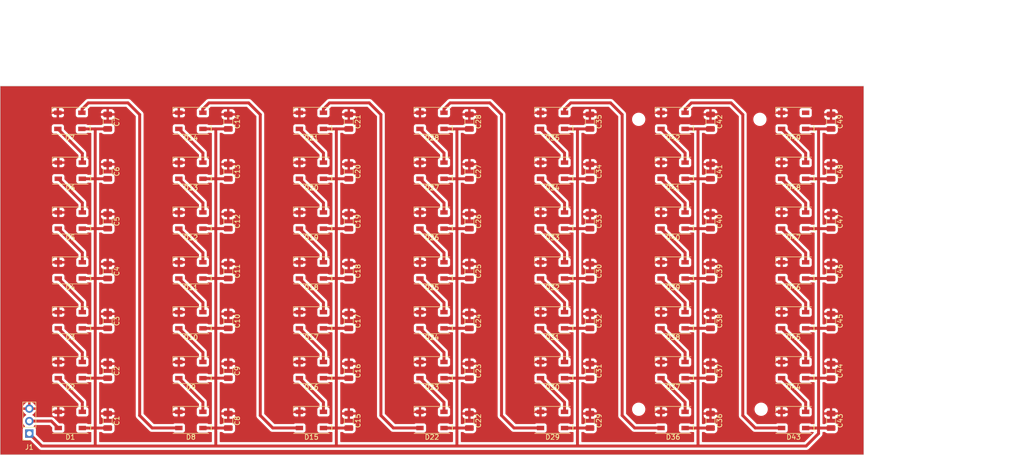
<source format=kicad_pcb>
(kicad_pcb (version 20221018) (generator pcbnew)
  (layers (0 "F.Cu" signal) (31 "B.Cu" signal) (34 "B.Paste" user) (35 "F.Paste" user) (36 "B.SilkS" user "B.Silkscreen") (37 "F.SilkS" user "F.Silkscreen") (38 "B.Mask" user) (39 "F.Mask" user) (44 "Edge.Cuts" user))
  (net 0 "")
  (net 1 "GND")
  (net 2 "5V")
  (net 3 "Net-(D1-DOUT)")
  (net 4 "Net-(D2-DOUT)")
  (net 5 "Net-(D3-DOUT)")
  (net 6 "Net-(D4-DOUT)")
  (net 7 "Net-(D5-DOUT)")
  (net 8 "Net-(D6-DOUT)")
  (net 9 "Net-(D7-DOUT)")
  (net 10 "Net-(D8-DOUT)")
  (net 11 "Net-(D10-DIN)")
  (net 12 "Net-(D10-DOUT)")
  (net 13 "Net-(D11-DOUT)")
  (net 14 "Net-(D12-DOUT)")
  (net 15 "Net-(D13-DOUT)")
  (net 16 "Net-(D14-DOUT)")
  (net 17 "Net-(D15-DOUT)")
  (net 18 "Net-(D16-DOUT)")
  (net 19 "Net-(D17-DOUT)")
  (net 20 "Net-(D18-DOUT)")
  (net 21 "Net-(D19-DOUT)")
  (net 22 "Net-(D20-DOUT)")
  (net 23 "Net-(D21-DOUT)")
  (net 24 "Net-(D22-DOUT)")
  (net 25 "Net-(D23-DOUT)")
  (net 26 "Net-(D24-DOUT)")
  (net 27 "Net-(D25-DOUT)")
  (net 28 "Net-(D26-DOUT)")
  (net 29 "Net-(D27-DOUT)")
  (net 30 "Net-(D28-DOUT)")
  (net 31 "Net-(D29-DOUT)")
  (net 32 "Net-(D30-DOUT)")
  (net 33 "Net-(D31-DOUT)")
  (net 34 "Net-(D32-DOUT)")
  (net 35 "Net-(D33-DOUT)")
  (net 36 "Net-(D34-DOUT)")
  (net 37 "Net-(D35-DOUT)")
  (net 38 "Net-(D36-DOUT)")
  (net 39 "Net-(D37-DOUT)")
  (net 40 "Net-(D38-DOUT)")
  (net 41 "Net-(D39-DOUT)")
  (net 42 "Net-(D40-DOUT)")
  (net 43 "Net-(D41-DOUT)")
  (net 44 "Net-(D42-DOUT)")
  (net 45 "Net-(D43-DOUT)")
  (net 46 "Net-(D44-DOUT)")
  (net 47 "Net-(D45-DOUT)")
  (net 48 "Net-(D46-DOUT)")
  (net 49 "Net-(D47-DOUT)")
  (net 50 "Net-(D48-DOUT)")
  (net 52 "DIN")
  (footprint "LED_SMD:LED_WS2812B_PLCC4_5.0x5.0mm_P3.2mm" (layer "F.Cu") (at 147.276425 114.061788 180)
    (fp_text reference "D22")
    (fp_text value "WS2812B")
  )
  (footprint "Capacitor_SMD:C_1206_3216Metric" (layer "F.Cu") (at 154.896425 93.916788 -90)
    (fp_text reference "C24")
    (fp_text value "100nF")
  )
  (footprint "Capacitor_SMD:C_1206_3216Metric" (layer "F.Cu") (at 130.328092 104.076788 -90)
    (fp_text reference "C16")
    (fp_text value "100nF")
  )
  (footprint "Capacitor_SMD:C_1206_3216Metric" (layer "F.Cu") (at 81.191426 53.276788 -90)
    (fp_text reference "C7")
    (fp_text value "100nF")
  )
  (footprint "LED_SMD:LED_WS2812B_PLCC4_5.0x5.0mm_P3.2mm" (layer "F.Cu") (at 196.413091 103.901788 180)
    (fp_text reference "D37")
    (fp_text value "WS2812B")
  )
  (footprint "Capacitor_SMD:C_1206_3216Metric" (layer "F.Cu") (at 130.328092 73.596788 -90)
    (fp_text reference "C19")
    (fp_text value "100nF")
  )
  (footprint "LED_SMD:LED_WS2812B_PLCC4_5.0x5.0mm_P3.2mm" (layer "F.Cu") (at 98.139759 83.581788 180)
    (fp_text reference "D11")
    (fp_text value "WS2812B")
  )
  (footprint "Capacitor_SMD:C_1206_3216Metric" (layer "F.Cu") (at 228.601426 104.076788 -90)
    (fp_text reference "C44")
    (fp_text value "100nF")
  )
  (footprint "LED_SMD:LED_WS2812B_PLCC4_5.0x5.0mm_P3.2mm" (layer "F.Cu") (at 196.413091 73.421788 180)
    (fp_text reference "D40")
    (fp_text value "WS2812B")
  )
  (footprint "Capacitor_SMD:C_1206_3216Metric" (layer "F.Cu") (at 179.464758 73.596788 -90)
    (fp_text reference "C33")
    (fp_text value "100nF")
  )
  (footprint "Capacitor_SMD:C_1206_3216Metric" (layer "F.Cu") (at 228.601426 83.756788 -90)
    (fp_text reference "C46")
    (fp_text value "100nF")
  )
  (footprint "LED_SMD:LED_WS2812B_PLCC4_5.0x5.0mm_P3.2mm" (layer "F.Cu") (at 73.571426 83.581788 180)
    (fp_text reference "D4")
    (fp_text value "WS2812B")
  )
  (footprint "Capacitor_SMD:C_1206_3216Metric" (layer "F.Cu") (at 228.601426 73.596788 -90)
    (fp_text reference "C47")
    (fp_text value "100nF")
  )
  (footprint "LED_SMD:LED_WS2812B_PLCC4_5.0x5.0mm_P3.2mm" (layer "F.Cu") (at 122.708092 73.421788 180)
    (fp_text reference "D19")
    (fp_text value "WS2812B")
  )
  (footprint "Connector_PinSocket_2.54mm:PinSocket_1x03_P2.54mm_Vertical" (layer "F.Cu") (at 65.21963 116.84 180)
    (fp_text reference "J1")
    (fp_text value "Conn_01x03")
  )
  (footprint "Capacitor_SMD:C_1206_3216Metric" (layer "F.Cu") (at 154.896425 63.436788 -90)
    (fp_text reference "C27")
    (fp_text value "100nF")
  )
  (footprint "MountingHole:MountingHole_2.2mm_M2" (layer "F.Cu") (at 189.405697 111.88527)
    (fp_text reference "REF**" hide)
    (fp_text value "MountingHole_2.2mm_M2" hide)
  )
  (footprint "LED_SMD:LED_WS2812B_PLCC4_5.0x5.0mm_P3.2mm" (layer "F.Cu") (at 196.413091 93.741788 180)
    (fp_text reference "D38")
    (fp_text value "WS2812B")
  )
  (footprint "LED_SMD:LED_WS2812B_PLCC4_5.0x5.0mm_P3.2mm" (layer "F.Cu") (at 98.139759 73.421788 180)
    (fp_text reference "D12")
    (fp_text value "WS2812B")
  )
  (footprint "LED_SMD:LED_WS2812B_PLCC4_5.0x5.0mm_P3.2mm" (layer "F.Cu") (at 147.276425 73.421788 180)
    (fp_text reference "D26")
    (fp_text value "WS2812B")
  )
  (footprint "Capacitor_SMD:C_1206_3216Metric" (layer "F.Cu") (at 204.033091 114.236788 -90)
    (fp_text reference "C36")
    (fp_text value "100nF")
  )
  (footprint "Capacitor_SMD:C_1206_3216Metric" (layer "F.Cu") (at 105.759759 63.436788 -90)
    (fp_text reference "C13")
    (fp_text value "100nF")
  )
  (footprint "Capacitor_SMD:C_1206_3216Metric" (layer "F.Cu") (at 204.033091 104.076788 -90)
    (fp_text reference "C37")
    (fp_text value "100nF")
  )
  (footprint "Capacitor_SMD:C_1206_3216Metric" (layer "F.Cu") (at 228.601426 53.276788 -90)
    (fp_text reference "C49")
    (fp_text value "100nF")
  )
  (footprint "Capacitor_SMD:C_1206_3216Metric" (layer "F.Cu") (at 179.464758 114.236788 -90)
    (fp_text reference "C29")
    (fp_text value "100nF")
  )
  (footprint "Capacitor_SMD:C_1206_3216Metric" (layer "F.Cu") (at 105.759759 104.076788 -90)
    (fp_text reference "C9")
    (fp_text value "100nF")
  )
  (footprint "LED_SMD:LED_WS2812B_PLCC4_5.0x5.0mm_P3.2mm" (layer "F.Cu") (at 98.139759 103.901788 180)
    (fp_text reference "D9")
    (fp_text value "WS2812B")
  )
  (footprint "Capacitor_SMD:C_1206_3216Metric" (layer "F.Cu") (at 130.328092 53.276788 -90)
    (fp_text reference "C21")
    (fp_text value "100nF")
  )
  (footprint "Capacitor_SMD:C_1206_3216Metric" (layer "F.Cu") (at 81.191426 104.076788 -90)
    (fp_text reference "C2")
    (fp_text value "100nF")
  )
  (footprint "LED_SMD:LED_WS2812B_PLCC4_5.0x5.0mm_P3.2mm" (layer "F.Cu") (at 73.571426 103.901788 180)
    (fp_text reference "D2")
    (fp_text value "WS2812B")
  )
  (footprint "LED_SMD:LED_WS2812B_PLCC4_5.0x5.0mm_P3.2mm" (layer "F.Cu") (at 196.413091 53.101788 180)
    (fp_text reference "D42")
    (fp_text value "WS2812B")
  )
  (footprint "Capacitor_SMD:C_1206_3216Metric" (layer "F.Cu") (at 204.033091 83.756788 -90)
    (fp_text reference "C39")
    (fp_text value "100nF")
  )
  (footprint "LED_SMD:LED_WS2812B_PLCC4_5.0x5.0mm_P3.2mm" (layer "F.Cu") (at 122.708092 83.581788 180)
    (fp_text reference "D18")
    (fp_text value "WS2812B")
  )
  (footprint "Capacitor_SMD:C_1206_3216Metric" (layer "F.Cu") (at 154.896425 73.596788 -90)
    (fp_text reference "C26")
    (fp_text value "100nF")
  )
  (footprint "Capacitor_SMD:C_1206_3216Metric" (layer "F.Cu") (at 228.601426 63.436788 -90)
    (fp_text reference "C48")
    (fp_text value "100nF")
  )
  (footprint "LED_SMD:LED_WS2812B_PLCC4_5.0x5.0mm_P3.2mm" (layer "F.Cu") (at 122.708092 103.901788 180)
    (fp_text reference "D16")
    (fp_text value "WS2812B")
  )
  (footprint "Capacitor_SMD:C_1206_3216Metric" (layer "F.Cu") (at 179.464758 53.276788 -90)
    (fp_text reference "C35")
    (fp_text value "100nF")
  )
  (footprint "Capacitor_SMD:C_1206_3216Metric" (layer "F.Cu") (at 81.191426 73.596788 -90)
    (fp_text reference "C5")
    (fp_text value "100nF")
  )
  (footprint "Capacitor_SMD:C_1206_3216Metric" (layer "F.Cu") (at 204.033091 93.916788 -90)
    (fp_text reference "C38")
    (fp_text value "100nF")
  )
  (footprint "MountingHole:MountingHole_2.2mm_M2" (layer "F.Cu") (at 214.110547 52.801819)
    (fp_text reference "REF**" hide)
    (fp_text value "MountingHole_2.2mm_M2" hide)
  )
  (footprint "Capacitor_SMD:C_1206_3216Metric" (layer "F.Cu") (at 105.759759 93.916788 -90)
    (fp_text reference "C10")
    (fp_text value "100nF")
  )
  (footprint "LED_SMD:LED_WS2812B_PLCC4_5.0x5.0mm_P3.2mm" (layer "F.Cu") (at 122.708092 93.741788 180)
    (fp_text reference "D17")
    (fp_text value "WS2812B")
  )
  (footprint "Capacitor_SMD:C_1206_3216Metric" (layer "F.Cu") (at 228.601426 93.916788 -90)
    (fp_text reference "C45")
    (fp_text value "100nF")
  )
  (footprint "Capacitor_SMD:C_1206_3216Metric" (layer "F.Cu") (at 81.191426 114.236788 -90)
    (fp_text reference "C1")
    (fp_text value "100nF")
  )
  (footprint "MountingHole:MountingHole_2.2mm_M2" (layer "F.Cu") (at 189.405697 52.801819)
    (fp_text reference "REF**" hide)
    (fp_text value "MountingHole_2.2mm_M2" hide)
  )
  (footprint "LED_SMD:LED_WS2812B_PLCC4_5.0x5.0mm_P3.2mm" (layer "F.Cu") (at 171.844758 83.581788 180)
    (fp_text reference "D32")
    (fp_text value "WS2812B")
  )
  (footprint "LED_SMD:LED_WS2812B_PLCC4_5.0x5.0mm_P3.2mm" (layer "F.Cu") (at 73.571426 63.261788 180)
    (fp_text reference "D6")
    (fp_text value "WS2812B")
  )
  (footprint "LED_SMD:LED_WS2812B_PLCC4_5.0x5.0mm_P3.2mm" (layer "F.Cu") (at 98.139759 63.261788 180)
    (fp_text reference "D13")
    (fp_text value "WS2812B")
  )
  (footprint "Capacitor_SMD:C_1206_3216Metric" (layer "F.Cu") (at 154.896425 83.756788 -90)
    (fp_text reference "C25")
    (fp_text value "100nF")
  )
  (footprint "LED_SMD:LED_WS2812B_PLCC4_5.0x5.0mm_P3.2mm" (layer "F.Cu") (at 147.276425 83.581788 180)
    (fp_text reference "D25")
    (fp_text value "WS2812B")
  )
  (footprint "Capacitor_SMD:C_1206_3216Metric" (layer "F.Cu") (at 179.464758 104.076788 -90)
    (fp_text reference "C31")
    (fp_text value "100nF")
  )
  (footprint "LED_SMD:LED_WS2812B_PLCC4_5.0x5.0mm_P3.2mm" (layer "F.Cu") (at 98.139759 53.101788 180)
    (fp_text reference "D14")
    (fp_text value "WS2812B")
  )
  (footprint "LED_SMD:LED_WS2812B_PLCC4_5.0x5.0mm_P3.2mm" (layer "F.Cu") (at 220.981426 53.101788 180)
    (fp_text reference "D49")
    (fp_text value "WS2812B")
  )
  (footprint "Capacitor_SMD:C_1206_3216Metric" (layer "F.Cu") (at 179.464758 83.756788 -90)
    (fp_text reference "C30")
    (fp_text value "100nF")
  )
  (footprint "LED_SMD:LED_WS2812B_PLCC4_5.0x5.0mm_P3.2mm" (layer "F.Cu") (at 98.139759 114.061788 180)
    (fp_text reference "D8")
    (fp_text value "WS2812B")
  )
  (footprint "LED_SMD:LED_WS2812B_PLCC4_5.0x5.0mm_P3.2mm" (layer "F.Cu") (at 171.844758 103.901788 180)
    (fp_text reference "D30")
    (fp_text value "WS2812B")
  )
  (footprint "LED_SMD:LED_WS2812B_PLCC4_5.0x5.0mm_P3.2mm" (layer "F.Cu") (at 147.276425 63.261788 180)
    (fp_text reference "D27")
    (fp_text value "WS2812B")
  )
  (footprint "Capacitor_SMD:C_1206_3216Metric" (layer "F.Cu") (at 81.191426 93.916788 -90)
    (fp_text reference "C3")
    (fp_text value "100nF")
  )
  (footprint "LED_SMD:LED_WS2812B_PLCC4_5.0x5.0mm_P3.2mm" (layer "F.Cu") (at 220.981426 103.901788 180)
    (fp_text reference "D44")
    (fp_text value "WS2812B")
  )
  (footprint "LED_SMD:LED_WS2812B_PLCC4_5.0x5.0mm_P3.2mm" (layer "F.Cu") (at 171.844758 63.261788 180)
    (fp_text reference "D34")
    (fp_text value "WS2812B")
  )
  (footprint "Capacitor_SMD:C_1206_3216Metric" (layer "F.Cu") (at 81.191426 83.756788 -90)
    (fp_text reference "C4")
    (fp_text value "100nF")
  )
  (footprint "LED_SMD:LED_WS2812B_PLCC4_5.0x5.0mm_P3.2mm" (layer "F.Cu") (at 171.844758 73.421788 180)
    (fp_text reference "D33")
    (fp_text value "WS2812B")
  )
  (footprint "LED_SMD:LED_WS2812B_PLCC4_5.0x5.0mm_P3.2mm" (layer "F.Cu") (at 147.276425 103.901788 180)
    (fp_text reference "D23")
    (fp_text value "WS2812B")
  )
  (footprint "Capacitor_SMD:C_1206_3216Metric" (layer "F.Cu") (at 179.464758 63.436788 -90)
    (fp_text reference "C34")
    (fp_text value "100nF")
  )
  (footprint "Capacitor_SMD:C_1206_3216Metric" (layer "F.Cu") (at 228.601426 114.236788 -90)
    (fp_text reference "C43")
    (fp_text value "100nF")
  )
  (footprint "LED_SMD:LED_WS2812B_PLCC4_5.0x5.0mm_P3.2mm" (layer "F.Cu") (at 220.981426 93.741788 180)
    (fp_text reference "D45")
    (fp_text value "WS2812B")
  )
  (footprint "LED_SMD:LED_WS2812B_PLCC4_5.0x5.0mm_P3.2mm" (layer "F.Cu") (at 196.413091 83.581788 180)
    (fp_text reference "D39")
    (fp_text value "WS2812B")
  )
  (footprint "LED_SMD:LED_WS2812B_PLCC4_5.0x5.0mm_P3.2mm" (layer "F.Cu") (at 220.981426 114.061788 180)
    (fp_text reference "D43")
    (fp_text value "WS2812B")
  )
  (footprint "Capacitor_SMD:C_1206_3216Metric" (layer "F.Cu") (at 130.328092 93.916788 -90)
    (fp_text reference "C17")
    (fp_text value "100nF")
  )
  (footprint "LED_SMD:LED_WS2812B_PLCC4_5.0x5.0mm_P3.2mm" (layer "F.Cu") (at 171.844758 114.061788 180)
    (fp_text reference "D29")
    (fp_text value "WS2812B")
  )
  (footprint "LED_SMD:LED_WS2812B_PLCC4_5.0x5.0mm_P3.2mm" (layer "F.Cu") (at 73.571426 114.061788 180)
    (fp_text reference "D1")
    (fp_text value "WS2812B")
  )
  (footprint "LED_SMD:LED_WS2812B_PLCC4_5.0x5.0mm_P3.2mm" (layer "F.Cu") (at 171.844758 93.741788 180)
    (fp_text reference "D31")
    (fp_text value "WS2812B")
  )
  (footprint "Capacitor_SMD:C_1206_3216Metric" (layer "F.Cu") (at 105.759759 83.756788 -90)
    (fp_text reference "C11")
    (fp_text value "100nF")
  )
  (footprint "Capacitor_SMD:C_1206_3216Metric" (layer "F.Cu") (at 130.328092 114.236788 -90)
    (fp_text reference "C15")
    (fp_text value "100nF")
  )
  (footprint "Capacitor_SMD:C_1206_3216Metric" (layer "F.Cu") (at 130.328092 83.756788 -90)
    (fp_text reference "C18")
    (fp_text value "100nF")
  )
  (footprint "MountingHole:MountingHole_2.2mm_M2" (layer "F.Cu") (at 214.360372 111.88527)
    (fp_text reference "REF**" hide)
    (fp_text value "MountingHole_2.2mm_M2" hide)
  )
  (footprint "LED_SMD:LED_WS2812B_PLCC4_5.0x5.0mm_P3.2mm" (layer "F.Cu") (at 147.276425 93.741788 180)
    (fp_text reference "D24")
    (fp_text value "WS2812B")
  )
  (footprint "LED_SMD:LED_WS2812B_PLCC4_5.0x5.0mm_P3.2mm" (layer "F.Cu") (at 73.571426 73.421788 180)
    (fp_text reference "D5")
    (fp_text value "WS2812B")
  )
  (footprint "LED_SMD:LED_WS2812B_PLCC4_5.0x5.0mm_P3.2mm" (layer "F.Cu") (at 147.276425 53.101788 180)
    (fp_text reference "D28")
    (fp_text value "WS2812B")
  )
  (footprint "Capacitor_SMD:C_1206_3216Metric" (layer "F.Cu") (at 154.896425 114.236788 -90)
    (fp_text reference "C22")
    (fp_text value "100nF")
  )
  (footprint "LED_SMD:LED_WS2812B_PLCC4_5.0x5.0mm_P3.2mm" (layer "F.Cu") (at 171.844758 53.101788 180)
    (fp_text reference "D35")
    (fp_text value "WS2812B")
  )
  (footprint "LED_SMD:LED_WS2812B_PLCC4_5.0x5.0mm_P3.2mm" (layer "F.Cu") (at 122.708092 63.261788 180)
    (fp_text reference "D20")
    (fp_text value "WS2812B")
  )
  (footprint "Capacitor_SMD:C_1206_3216Metric" (layer "F.Cu") (at 179.464758 93.916788 -90)
    (fp_text reference "C32")
    (fp_text value "100nF")
  )
  (footprint "Capacitor_SMD:C_1206_3216Metric" (layer "F.Cu") (at 204.033091 53.276788 -90)
    (fp_text reference "C42")
    (fp_text value "100nF")
  )
  (footprint "LED_SMD:LED_WS2812B_PLCC4_5.0x5.0mm_P3.2mm" (layer "F.Cu") (at 122.708092 114.061788 180)
    (fp_text reference "D15")
    (fp_text value "WS2812B")
  )
  (footprint "Capacitor_SMD:C_1206_3216Metric" (layer "F.Cu") (at 204.033091 63.436788 -90)
    (fp_text reference "C41")
    (fp_text value "100nF")
  )
  (footprint "LED_SMD:LED_WS2812B_PLCC4_5.0x5.0mm_P3.2mm" (layer "F.Cu") (at 196.413091 63.261788 180)
    (fp_text reference "D41")
    (fp_text value "WS2812B")
  )
  (footprint "Capacitor_SMD:C_1206_3216Metric" (layer "F.Cu") (at 130.328092 63.436788 -90)
    (fp_text reference "C20")
    (fp_text value "100nF")
  )
  (footprint "Capacitor_SMD:C_1206_3216Metric" (layer "F.Cu") (at 81.191426 63.436788 -90)
    (fp_text reference "C6")
    (fp_text value "100nF")
  )
  (footprint "Capacitor_SMD:C_1206_3216Metric" (layer "F.Cu") (at 204.033091 73.596788 -90)
    (fp_text reference "C40")
    (fp_text value "100nF")
  )
  (footprint "LED_SMD:LED_WS2812B_PLCC4_5.0x5.0mm_P3.2mm" (layer "F.Cu") (at 98.139759 93.741788 180)
    (fp_text reference "D10")
    (fp_text value "WS2812B")
  )
  (footprint "Capacitor_SMD:C_1206_3216Metric" (layer "F.Cu") (at 105.759759 53.276788 -90)
    (fp_text reference "C14")
    (fp_text value "100nF")
  )
  (footprint "LED_SMD:LED_WS2812B_PLCC4_5.0x5.0mm_P3.2mm" (layer "F.Cu") (at 220.981426 63.261788 180)
    (fp_text reference "D48")
    (fp_text value "WS2812B")
  )
  (footprint "LED_SMD:LED_WS2812B_PLCC4_5.0x5.0mm_P3.2mm" (layer "F.Cu") (at 196.413091 114.061788 180)
    (fp_text reference "D36")
    (fp_text value "WS2812B")
  )
  (footprint "LED_SMD:LED_WS2812B_PLCC4_5.0x5.0mm_P3.2mm" (layer "F.Cu") (at 73.481426 53.101788 180)
    (fp_text reference "D7")
    (fp_text value "WS2812B")
  )
  (footprint "Capacitor_SMD:C_1206_3216Metric" (layer "F.Cu") (at 154.896425 104.076788 -90)
    (fp_text reference "C23")
    (fp_text value "100nF")
  )
  (footprint "Capacitor_SMD:C_1206_3216Metric" (layer "F.Cu") (at 154.896425 53.276788 -90)
    (fp_text reference "C28")
    (fp_text value "100nF")
  )
  (footprint "Capacitor_SMD:C_1206_3216Metric" (layer "F.Cu") (at 105.759759 73.596788 -90)
    (fp_text reference "C12")
    (fp_text value "100nF")
  )
  (footprint "Capacitor_SMD:C_1206_3216Metric" (layer "F.Cu") (at 105.759759 114.236788 -90)
    (fp_text reference "C8")
    (fp_text value "100nF")
  )
  (footprint "LED_SMD:LED_WS2812B_PLCC4_5.0x5.0mm_P3.2mm" (layer "F.Cu") (at 73.571426 93.741788 180)
    (fp_text reference "D3")
    (fp_text value "WS2812B")
  )
  (footprint "LED_SMD:LED_WS2812B_PLCC4_5.0x5.0mm_P3.2mm" (layer "F.Cu") (at 122.708092 53.101788 180)
    (fp_text reference "D21")
    (fp_text value "WS2812B")
  )
  (footprint "LED_SMD:LED_WS2812B_PLCC4_5.0x5.0mm_P3.2mm" (layer "F.Cu") (at 220.981426 83.581788 180)
    (fp_text reference "D46")
    (fp_text value "WS2812B")
  )
  (footprint "LED_SMD:LED_WS2812B_PLCC4_5.0x5.0mm_P3.2mm" (layer "F.Cu") (at 220.981426 73.421788 180)
    (fp_text reference "D47")
    (fp_text value "WS2812B")
  )
  (gr_rect locked (start 59.292188 46.013217) (end 235.270288 121.133217) (stroke (width 0.1)) (fill none) (layer "Edge.Cuts"))
  (segment locked (start 204.033091 115.711788) (end 201.493091 115.711788) (width 0.6) (layer "F.Cu") (net 2))
  (segment locked (start 127.788092 115.711788) (end 127.788092 54.751788) (width 0.6) (layer "F.Cu") (net 2))
  (segment locked (start 154.896425 64.911788) (end 149.726425 64.911788) (width 0.6) (layer "F.Cu") (net 2))
  (segment locked (start 201.493091 115.711788) (end 198.863091 115.711788) (width 0.6) (layer "F.Cu") (net 2))
  (segment locked (start 105.759759 105.551788) (end 100.589759 105.551788) (width 0.6) (layer "F.Cu") (net 2))
  (segment locked (start 154.896425 115.711788) (end 152.356425 115.711788) (width 0.6) (layer "F.Cu") (net 2))
  (segment locked (start 152.356425 54.751788) (end 152.356425 115.711788) (width 0.6) (layer "F.Cu") (net 2))
  (segment locked (start 81.191426 64.911788) (end 76.021426 64.911788) (width 0.6) (layer "F.Cu") (net 2))
  (segment locked (start 179.464758 75.071788) (end 174.294758 75.071788) (width 0.6) (layer "F.Cu") (net 2))
  (segment locked (start 127.788092 54.751788) (end 125.158092 54.751788) (width 0.6) (layer "F.Cu") (net 2))
  (segment locked (start 201.493091 54.751788) (end 198.863091 54.751788) (width 0.6) (layer "F.Cu") (net 2))
  (segment locked (start 78.651426 54.751788) (end 75.931426 54.751788) (width 0.6) (layer "F.Cu") (net 2))
  (segment locked (start 154.896425 85.231788) (end 149.726425 85.231788) (width 0.6) (layer "F.Cu") (net 2))
  (segment locked (start 204.033091 85.231788) (end 198.863091 85.231788) (width 0.6) (layer "F.Cu") (net 2))
  (segment locked (start 154.896425 54.751788) (end 152.356425 54.751788) (width 0.6) (layer "F.Cu") (net 2))
  (segment locked (start 226.061426 115.711788) (end 226.061426 54.751788) (width 0.6) (layer "F.Cu") (net 2))
  (segment (start 176.924758 115.711788) (end 176.924758 119.194758) (width 0.6) (layer "F.Cu") (net 2))
  (segment locked (start 130.328092 105.551788) (end 125.158092 105.551788) (width 0.6) (layer "F.Cu") (net 2))
  (segment (start 103.219759 115.711788) (end 103.219759 119.379759) (width 0.6) (layer "F.Cu") (net 2))
  (segment locked (start 154.896425 105.551788) (end 149.726425 105.551788) (width 0.6) (layer "F.Cu") (net 2))
  (segment locked (start 226.061426 54.751788) (end 223.431426 54.751788) (width 0.6) (layer "F.Cu") (net 2))
  (segment locked (start 179.464758 95.391788) (end 174.294758 95.391788) (width 0.6) (layer "F.Cu") (net 2))
  (segment locked (start 204.033091 95.391788) (end 198.863091 95.391788) (width 0.6) (layer "F.Cu") (net 2))
  (segment (start 152.356425 115.711788) (end 152.356425 119.373575) (width 0.6) (layer "F.Cu") (net 2))
  (segment locked (start 105.759759 85.231788) (end 100.589759 85.231788) (width 0.6) (layer "F.Cu") (net 2))
  (segment (start 103.219759 119.379759) (end 103.22 119.38) (width 0.6) (layer "F.Cu") (net 2))
  (segment locked (start 81.191426 75.071788) (end 76.021426 75.071788) (width 0.6) (layer "F.Cu") (net 2))
  (segment locked (start 228.601426 115.711788) (end 226.061426 115.711788) (width 0.6) (layer "F.Cu") (net 2))
  (segment locked (start 127.788092 115.711788) (end 125.158092 115.711788) (width 0.6) (layer "F.Cu") (net 2))
  (segment locked (start 204.033091 105.551788) (end 198.863091 105.551788) (width 0.6) (layer "F.Cu") (net 2))
  (segment locked (start 130.328092 64.911788) (end 125.158092 64.911788) (width 0.6) (layer "F.Cu") (net 2))
  (segment locked (start 176.924758 115.711788) (end 174.294758 115.711788) (width 0.6) (layer "F.Cu") (net 2))
  (segment locked (start 179.464758 54.751788) (end 176.924758 54.751788) (width 0.6) (layer "F.Cu") (net 2))
  (segment locked (start 105.759759 95.391788) (end 100.589759 95.391788) (width 0.6) (layer "F.Cu") (net 2))
  (segment (start 127.68 119.38) (end 152.35 119.38) (width 0.6) (layer "F.Cu") (net 2))
  (segment (start 78.651426 115.711788) (end 78.651426 119.358574) (width 0.6) (layer "F.Cu") (net 2))
  (segment locked (start 105.759759 54.751788) (end 103.219759 54.751788) (width 0.6) (layer "F.Cu") (net 2))
  (segment (start 152.356425 119.373575) (end 152.35 119.38) (width 0.6) (layer "F.Cu") (net 2))
  (segment locked (start 152.356425 115.711788) (end 149.726425 115.711788) (width 0.6) (layer "F.Cu") (net 2))
  (segment locked (start 105.759759 115.711788) (end 103.219759 115.711788) (width 0.6) (layer "F.Cu") (net 2))
  (segment locked (start 103.219759 115.711788) (end 100.589759 115.711788) (width 0.6) (layer "F.Cu") (net 2))
  (segment (start 201.493091 119.343091) (end 201.53 119.38) (width 0.6) (layer "F.Cu") (net 2))
  (segment locked (start 103.219759 54.751788) (end 100.589759 54.751788) (width 0.6) (layer "F.Cu") (net 2))
  (segment locked (start 81.191426 54.751788) (end 78.651426 54.751788) (width 0.6) (layer "F.Cu") (net 2))
  (segment locked (start 154.896425 75.071788) (end 149.726425 75.071788) (width 0.6) (layer "F.Cu") (net 2))
  (segment (start 103.22 119.38) (end 127.68 119.38) (width 0.6) (layer "F.Cu") (net 2))
  (segment locked (start 179.464758 64.911788) (end 174.294758 64.911788) (width 0.6) (layer "F.Cu") (net 2))
  (segment locked (start 103.219759 115.711788) (end 103.219759 54.751788) (width 0.6) (layer "F.Cu") (net 2))
  (segment locked (start 105.759759 75.071788) (end 100.589759 75.071788) (width 0.6) (layer "F.Cu") (net 2))
  (segment (start 127.788092 119.271908) (end 127.68 119.38) (width 0.6) (layer "F.Cu") (net 2))
  (segment locked (start 179.464758 85.231788) (end 174.294758 85.231788) (width 0.6) (layer "F.Cu") (net 2))
  (segment (start 78.651426 119.358574) (end 78.63 119.38) (width 0.6) (layer "F.Cu") (net 2))
  (segment locked (start 105.759759 64.911788) (end 100.589759 64.911788) (width 0.6) (layer "F.Cu") (net 2))
  (segment (start 65.21963 116.84) (end 67.75963 119.38) (width 0.6) (layer "F.Cu") (net 2))
  (segment locked (start 179.464758 115.711788) (end 176.924758 115.711788) (width 0.6) (layer "F.Cu") (net 2))
  (segment (start 67.75963 119.38) (end 78.63 119.38) (width 0.6) (layer "F.Cu") (net 2))
  (segment locked (start 130.328092 95.391788) (end 125.158092 95.391788) (width 0.6) (layer "F.Cu") (net 2))
  (segment (start 177.11 119.38) (end 201.53 119.38) (width 0.6) (layer "F.Cu") (net 2))
  (segment locked (start 154.896425 95.391788) (end 149.726425 95.391788) (width 0.6) (layer "F.Cu") (net 2))
  (segment (start 152.35 119.38) (end 177.11 119.38) (width 0.6) (layer "F.Cu") (net 2))
  (segment locked (start 228.601426 64.911788) (end 223.431426 64.911788) (width 0.6) (layer "F.Cu") (net 2))
  (segment locked (start 204.033091 75.071788) (end 198.863091 75.071788) (width 0.6) (layer "F.Cu") (net 2))
  (segment (start 127.788092 115.711788) (end 127.788092 119.271908) (width 0.6) (layer "F.Cu") (net 2))
  (segment (start 201.53 119.38) (end 223.52 119.38) (width 0.6) (layer "F.Cu") (net 2))
  (segment locked (start 81.191426 105.551788) (end 76.021426 105.551788) (width 0.6) (layer "F.Cu") (net 2))
  (segment locked (start 201.493091 115.711788) (end 201.493091 54.751788) (width 0.6) (layer "F.Cu") (net 2))
  (segment locked (start 228.601426 54.751788) (end 226.061426 54.751788) (width 0.6) (layer "F.Cu") (net 2))
  (segment locked (start 130.328092 75.071788) (end 125.158092 75.071788) (width 0.6) (layer "F.Cu") (net 2))
  (segment locked (start 81.191426 95.391788) (end 76.021426 95.391788) (width 0.6) (layer "F.Cu") (net 2))
  (segment (start 223.52 119.38) (end 226.061426 116.838574) (width 0.6) (layer "F.Cu") (net 2))
  (segment locked (start 204.033091 64.911788) (end 198.863091 64.911788) (width 0.6) (layer "F.Cu") (net 2))
  (segment (start 226.061426 116.838574) (end 226.061426 115.711788) (width 0.6) (layer "F.Cu") (net 2))
  (segment (start 176.924758 119.194758) (end 177.11 119.38) (width 0.6) (layer "F.Cu") (net 2))
  (segment locked (start 152.356425 54.751788) (end 149.726425 54.751788) (width 0.6) (layer "F.Cu") (net 2))
  (segment locked (start 176.924758 54.751788) (end 174.294758 54.751788) (width 0.6) (layer "F.Cu") (net 2))
  (segment locked (start 130.328092 115.711788) (end 127.788092 115.711788) (width 0.6) (layer "F.Cu") (net 2))
  (segment locked (start 228.601426 85.231788) (end 223.431426 85.231788) (width 0.6) (layer "F.Cu") (net 2))
  (segment locked (start 130.328092 85.231788) (end 125.158092 85.231788) (width 0.6) (layer "F.Cu") (net 2))
  (segment locked (start 228.601426 105.551788) (end 223.431426 105.551788) (width 0.6) (layer "F.Cu") (net 2))
  (segment locked (start 179.464758 105.551788) (end 174.294758 105.551788) (width 0.6) (layer "F.Cu") (net 2))
  (segment locked (start 226.061426 115.711788) (end 223.431426 115.711788) (width 0.6) (layer "F.Cu") (net 2))
  (segment locked (start 78.651426 54.751788) (end 78.651426 115.711788) (width 0.6) (layer "F.Cu") (net 2))
  (segment locked (start 176.924758 115.711788) (end 176.924758 54.751788) (width 0.6) (layer "F.Cu") (net 2))
  (segment locked (start 228.601426 75.071788) (end 223.431426 75.071788) (width 0.6) (layer "F.Cu") (net 2))
  (segment locked (start 81.191426 115.711788) (end 78.651426 115.711788) (width 0.6) (layer "F.Cu") (net 2))
  (segment locked (start 204.033091 54.751788) (end 201.493091 54.751788) (width 0.6) (layer "F.Cu") (net 2))
  (segment locked (start 78.651426 115.711788) (end 76.021426 115.711788) (width 0.6) (layer "F.Cu") (net 2))
  (segment locked (start 228.601426 95.391788) (end 223.431426 95.391788) (width 0.6) (layer "F.Cu") (net 2))
  (segment (start 201.493091 115.711788) (end 201.493091 119.343091) (width 0.6) (layer "F.Cu") (net 2))
  (segment (start 78.63 119.38) (end 103.22 119.38) (width 0.6) (layer "F.Cu") (net 2))
  (segment locked (start 81.191426 85.231788) (end 76.021426 85.231788) (width 0.6) (layer "F.Cu") (net 2))
  (segment locked (start 130.328092 54.751788) (end 127.788092 54.751788) (width 0.6) (layer "F.Cu") (net 2))
  (segment locked (start 76.021426 112.411788) (end 76.021426 110.451788) (width 0.6) (layer "F.Cu") (net 3))
  (segment locked (start 76.021426 110.451788) (end 71.121426 105.551788) (width 0.6) (layer "F.Cu") (net 3))
  (segment locked (start 76.021426 100.291788) (end 71.121426 95.391788) (width 0.6) (layer "F.Cu") (net 4))
  (segment locked (start 76.021426 102.251788) (end 76.021426 100.291788) (width 0.6) (layer "F.Cu") (net 4))
  (segment locked (start 76.021426 90.131788) (end 71.121426 85.231788) (width 0.6) (layer "F.Cu") (net 5))
  (segment locked (start 76.021426 92.091788) (end 76.021426 90.131788) (width 0.6) (layer "F.Cu") (net 5))
  (segment locked (start 76.021426 81.931788) (end 76.021426 79.971788) (width 0.6) (layer "F.Cu") (net 6))
  (segment locked (start 76.021426 79.971788) (end 71.121426 75.071788) (width 0.6) (layer "F.Cu") (net 6))
  (segment locked (start 76.021426 69.811788) (end 71.121426 64.911788) (width 0.6) (layer "F.Cu") (net 7))
  (segment locked (start 76.021426 71.771788) (end 76.021426 69.811788) (width 0.6) (layer "F.Cu") (net 7))
  (segment locked (start 76.021426 59.741788) (end 71.031426 54.751788) (width 0.6) (layer "F.Cu") (net 8))
  (segment locked (start 76.021426 61.611788) (end 76.021426 59.741788) (width 0.6) (layer "F.Cu") (net 8))
  (segment (start 75.975744 51.437034) (end 75.975744 50.71382) (width 0.6) (layer "F.Cu") (net 9))
  (segment (start 90.246106 115.697034) (end 95.734077 115.697034) (width 0.6) (layer "F.Cu") (net 9))
  (segment (start 77.244318 49.445246) (end 85.314318 49.445246) (width 0.6) (layer "F.Cu") (net 9))
  (segment (start 87.704318 51.835246) (end 87.704318 113.155246) (width 0.6) (layer "F.Cu") (net 9))
  (segment (start 87.704318 113.155246) (end 90.246106 115.697034) (width 0.6) (layer "F.Cu") (net 9))
  (segment (start 85.314318 49.445246) (end 87.704318 51.835246) (width 0.6) (layer "F.Cu") (net 9))
  (segment (start 75.975744 50.71382) (end 77.244318 49.445246) (width 0.6) (layer "F.Cu") (net 9))
  (segment locked (start 100.589759 112.411788) (end 100.589759 110.451788) (width 0.6) (layer "F.Cu") (net 10))
  (segment locked (start 100.589759 110.451788) (end 95.689759 105.551788) (width 0.6) (layer "F.Cu") (net 10))
  (segment locked (start 100.589759 100.291788) (end 95.689759 95.391788) (width 0.6) (layer "F.Cu") (net 11))
  (segment locked (start 100.589759 102.251788) (end 100.589759 100.291788) (width 0.6) (layer "F.Cu") (net 11))
  (segment locked (start 100.589759 92.091788) (end 100.589759 90.131788) (width 0.6) (layer "F.Cu") (net 12))
  (segment locked (start 100.589759 90.131788) (end 95.689759 85.231788) (width 0.6) (layer "F.Cu") (net 12))
  (segment locked (start 100.589759 81.931788) (end 100.589759 79.971788) (width 0.6) (layer "F.Cu") (net 13))
  (segment locked (start 100.589759 79.971788) (end 95.689759 75.071788) (width 0.6) (layer "F.Cu") (net 13))
  (segment locked (start 100.589759 69.811788) (end 95.689759 64.911788) (width 0.6) (layer "F.Cu") (net 14))
  (segment locked (start 100.589759 71.771788) (end 100.589759 69.811788) (width 0.6) (layer "F.Cu") (net 14))
  (segment locked (start 100.589759 59.651788) (end 95.689759 54.751788) (width 0.6) (layer "F.Cu") (net 15))
  (segment locked (start 100.589759 61.611788) (end 100.589759 59.651788) (width 0.6) (layer "F.Cu") (net 15))
  (segment (start 109.896994 49.445246) (end 112.286994 51.835246) (width 0.6) (layer "F.Cu") (net 16))
  (segment (start 112.286994 113.155246) (end 114.828782 115.697034) (width 0.6) (layer "F.Cu") (net 16))
  (segment (start 114.828782 115.697034) (end 120.316753 115.697034) (width 0.6) (layer "F.Cu") (net 16))
  (segment (start 112.286994 51.835246) (end 112.286994 113.155246) (width 0.6) (layer "F.Cu") (net 16))
  (segment (start 100.55842 50.71382) (end 101.826994 49.445246) (width 0.6) (layer "F.Cu") (net 16))
  (segment (start 100.55842 51.437034) (end 100.55842 50.71382) (width 0.6) (layer "F.Cu") (net 16))
  (segment (start 101.826994 49.445246) (end 109.896994 49.445246) (width 0.6) (layer "F.Cu") (net 16))
  (segment locked (start 125.158092 110.451788) (end 120.258092 105.551788) (width 0.6) (layer "F.Cu") (net 17))
  (segment locked (start 125.158092 112.411788) (end 125.158092 110.451788) (width 0.6) (layer "F.Cu") (net 17))
  (segment locked (start 125.158092 102.251788) (end 125.158092 100.291788) (width 0.6) (layer "F.Cu") (net 18))
  (segment locked (start 125.158092 100.291788) (end 120.258092 95.391788) (width 0.6) (layer "F.Cu") (net 18))
  (segment locked (start 125.158092 90.131788) (end 120.258092 85.231788) (width 0.6) (layer "F.Cu") (net 19))
  (segment locked (start 125.158092 92.091788) (end 125.158092 90.131788) (width 0.6) (layer "F.Cu") (net 19))
  (segment locked (start 125.158092 79.971788) (end 120.258092 75.071788) (width 0.6) (layer "F.Cu") (net 20))
  (segment locked (start 125.158092 81.931788) (end 125.158092 79.971788) (width 0.6) (layer "F.Cu") (net 20))
  (segment locked (start 125.158092 69.811788) (end 120.258092 64.911788) (width 0.6) (layer "F.Cu") (net 21))
  (segment locked (start 125.158092 71.771788) (end 125.158092 69.811788) (width 0.6) (layer "F.Cu") (net 21))
  (segment locked (start 125.158092 61.611788) (end 125.158092 59.651788) (width 0.6) (layer "F.Cu") (net 22))
  (segment locked (start 125.158092 59.651788) (end 120.258092 54.751788) (width 0.6) (layer "F.Cu") (net 22))
  (segment (start 126.40967 49.445246) (end 134.47967 49.445246) (width 0.6) (layer "F.Cu") (net 23))
  (segment (start 125.141096 51.437034) (end 125.141096 50.71382) (width 0.6) (layer "F.Cu") (net 23))
  (segment (start 134.47967 49.445246) (end 136.86967 51.835246) (width 0.6) (layer "F.Cu") (net 23))
  (segment (start 139.411458 115.697034) (end 144.899429 115.697034) (width 0.6) (layer "F.Cu") (net 23))
  (segment (start 125.141096 50.71382) (end 126.40967 49.445246) (width 0.6) (layer "F.Cu") (net 23))
  (segment (start 136.86967 113.155246) (end 139.411458 115.697034) (width 0.6) (layer "F.Cu") (net 23))
  (segment (start 136.86967 51.835246) (end 136.86967 113.155246) (width 0.6) (layer "F.Cu") (net 23))
  (segment locked (start 149.726425 110.451788) (end 144.826425 105.551788) (width 0.6) (layer "F.Cu") (net 24))
  (segment locked (start 149.726425 112.411788) (end 149.726425 110.451788) (width 0.6) (layer "F.Cu") (net 24))
  (segment locked (start 149.726425 100.291788) (end 144.826425 95.391788) (width 0.6) (layer "F.Cu") (net 25))
  (segment locked (start 149.726425 102.251788) (end 149.726425 100.291788) (width 0.6) (layer "F.Cu") (net 25))
  (segment locked (start 149.726425 92.091788) (end 149.726425 90.131788) (width 0.6) (layer "F.Cu") (net 26))
  (segment locked (start 149.726425 90.131788) (end 144.826425 85.231788) (width 0.6) (layer "F.Cu") (net 26))
  (segment locked (start 149.726425 81.931788) (end 149.726425 79.971788) (width 0.6) (layer "F.Cu") (net 27))
  (segment locked (start 149.726425 79.971788) (end 144.826425 75.071788) (width 0.6) (layer "F.Cu") (net 27))
  (segment locked (start 149.726425 71.771788) (end 149.726425 69.811788) (width 0.6) (layer "F.Cu") (net 28))
  (segment locked (start 149.726425 69.811788) (end 144.826425 64.911788) (width 0.6) (layer "F.Cu") (net 28))
  (segment locked (start 149.726425 59.651788) (end 144.826425 54.751788) (width 0.6) (layer "F.Cu") (net 29))
  (segment locked (start 149.726425 61.611788) (end 149.726425 59.651788) (width 0.6) (layer "F.Cu") (net 29))
  (segment (start 159.062346 49.445246) (end 161.452346 51.835246) (width 0.6) (layer "F.Cu") (net 30))
  (segment (start 149.723772 50.71382) (end 150.992346 49.445246) (width 0.6) (layer "F.Cu") (net 30))
  (segment (start 161.452346 113.155246) (end 163.994134 115.697034) (width 0.6) (layer "F.Cu") (net 30))
  (segment (start 161.452346 51.835246) (end 161.452346 113.155246) (width 0.6) (layer "F.Cu") (net 30))
  (segment (start 163.994134 115.697034) (end 169.482105 115.697034) (width 0.6) (layer "F.Cu") (net 30))
  (segment (start 149.723772 51.437034) (end 149.723772 50.71382) (width 0.6) (layer "F.Cu") (net 30))
  (segment (start 150.992346 49.445246) (end 159.062346 49.445246) (width 0.6) (layer "F.Cu") (net 30))
  (segment locked (start 174.294758 110.451788) (end 169.394758 105.551788) (width 0.6) (layer "F.Cu") (net 31))
  (segment locked (start 174.294758 112.411788) (end 174.294758 110.451788) (width 0.6) (layer "F.Cu") (net 31))
  (segment locked (start 174.294758 100.291788) (end 169.394758 95.391788) (width 0.6) (layer "F.Cu") (net 32))
  (segment locked (start 174.294758 102.251788) (end 174.294758 100.291788) (width 0.6) (layer "F.Cu") (net 32))
  (segment locked (start 174.294758 90.131788) (end 169.394758 85.231788) (width 0.6) (layer "F.Cu") (net 33))
  (segment locked (start 174.294758 92.091788) (end 174.294758 90.131788) (width 0.6) (layer "F.Cu") (net 33))
  (segment locked (start 174.294758 81.931788) (end 174.294758 79.971788) (width 0.6) (layer "F.Cu") (net 34))
  (segment locked (start 174.294758 79.971788) (end 169.394758 75.071788) (width 0.6) (layer "F.Cu") (net 34))
  (segment locked (start 174.294758 69.811788) (end 169.394758 64.911788) (width 0.6) (layer "F.Cu") (net 35))
  (segment locked (start 174.294758 71.771788) (end 174.294758 69.811788) (width 0.6) (layer "F.Cu") (net 35))
  (segment locked (start 174.294758 59.651788) (end 169.394758 54.751788) (width 0.6) (layer "F.Cu") (net 36))
  (segment locked (start 174.294758 61.611788) (end 174.294758 59.651788) (width 0.6) (layer "F.Cu") (net 36))
  (segment (start 186.035022 113.155246) (end 188.57681 115.697034) (width 0.6) (layer "F.Cu") (net 37))
  (segment (start 183.645022 49.445246) (end 186.035022 51.835246) (width 0.6) (layer "F.Cu") (net 37))
  (segment (start 175.575022 49.445246) (end 183.645022 49.445246) (width 0.6) (layer "F.Cu") (net 37))
  (segment (start 174.306448 50.71382) (end 175.575022 49.445246) (width 0.6) (layer "F.Cu") (net 37))
  (segment (start 186.035022 51.835246) (end 186.035022 113.155246) (width 0.6) (layer "F.Cu") (net 37))
  (segment (start 174.306448 51.437034) (end 174.306448 50.71382) (width 0.6) (layer "F.Cu") (net 37))
  (segment (start 188.57681 115.697034) (end 194.064781 115.697034) (width 0.6) (layer "F.Cu") (net 37))
  (segment locked (start 198.863091 112.411788) (end 198.863091 110.451788) (width 0.6) (layer "F.Cu") (net 38))
  (segment locked (start 198.863091 110.451788) (end 193.963091 105.551788) (width 0.6) (layer "F.Cu") (net 38))
  (segment locked (start 198.863091 102.251788) (end 198.863091 100.291788) (width 0.6) (layer "F.Cu") (net 39))
  (segment locked (start 198.863091 100.291788) (end 193.963091 95.391788) (width 0.6) (layer "F.Cu") (net 39))
  (segment locked (start 198.863091 92.091788) (end 198.863091 90.131788) (width 0.6) (layer "F.Cu") (net 40))
  (segment locked (start 198.863091 90.131788) (end 193.963091 85.231788) (width 0.6) (layer "F.Cu") (net 40))
  (segment locked (start 198.863091 81.931788) (end 198.863091 79.971788) (width 0.6) (layer "F.Cu") (net 41))
  (segment locked (start 198.863091 79.971788) (end 193.963091 75.071788) (width 0.6) (layer "F.Cu") (net 41))
  (segment locked (start 198.863091 69.811788) (end 193.963091 64.911788) (width 0.6) (layer "F.Cu") (net 42))
  (segment locked (start 198.863091 71.771788) (end 198.863091 69.811788) (width 0.6) (layer "F.Cu") (net 42))
  (segment locked (start 198.863091 59.651788) (end 193.963091 54.751788) (width 0.6) (layer "F.Cu") (net 43))
  (segment locked (start 198.863091 61.611788) (end 198.863091 59.651788) (width 0.6) (layer "F.Cu") (net 43))
  (segment (start 198.889125 50.71382) (end 200.157699 49.445246) (width 0.6) (layer "F.Cu") (net 44))
  (segment (start 210.617699 113.155246) (end 213.159487 115.697034) (width 0.6) (layer "F.Cu") (net 44))
  (segment (start 200.157699 49.445246) (end 208.227699 49.445246) (width 0.6) (layer "F.Cu") (net 44))
  (segment (start 210.617699 51.835246) (end 210.617699 113.155246) (width 0.6) (layer "F.Cu") (net 44))
  (segment (start 213.159487 115.697034) (end 218.647458 115.697034) (width 0.6) (layer "F.Cu") (net 44))
  (segment (start 208.227699 49.445246) (end 210.617699 51.835246) (width 0.6) (layer "F.Cu") (net 44))
  (segment (start 198.889125 51.437034) (end 198.889125 50.71382) (width 0.6) (layer "F.Cu") (net 44))
  (segment locked (start 223.431426 110.451788) (end 218.531426 105.551788) (width 0.6) (layer "F.Cu") (net 45))
  (segment locked (start 223.431426 112.411788) (end 223.431426 110.451788) (width 0.6) (layer "F.Cu") (net 45))
  (segment locked (start 223.431426 102.251788) (end 223.431426 100.291788) (width 0.6) (layer "F.Cu") (net 46))
  (segment locked (start 223.431426 100.291788) (end 218.531426 95.391788) (width 0.6) (layer "F.Cu") (net 46))
  (segment locked (start 223.431426 90.131788) (end 218.531426 85.231788) (width 0.6) (layer "F.Cu") (net 47))
  (segment locked (start 223.431426 92.091788) (end 223.431426 90.131788) (width 0.6) (layer "F.Cu") (net 47))
  (segment locked (start 223.431426 81.931788) (end 223.431426 79.971788) (width 0.6) (layer "F.Cu") (net 48))
  (segment locked (start 223.431426 79.971788) (end 218.531426 75.071788) (width 0.6) (layer "F.Cu") (net 48))
  (segment locked (start 223.431426 69.811788) (end 218.531426 64.911788) (width 0.6) (layer "F.Cu") (net 49))
  (segment locked (start 223.431426 71.771788) (end 223.431426 69.811788) (width 0.6) (layer "F.Cu") (net 49))
  (segment locked (start 223.431426 59.651788) (end 218.531426 54.751788) (width 0.6) (layer "F.Cu") (net 50))
  (segment locked (start 223.431426 61.611788) (end 223.431426 59.651788) (width 0.6) (layer "F.Cu") (net 50))
  (segment (start 69.709638 114.3) (end 71.121426 115.711788) (width 0.6) (layer "F.Cu") (net 52))
  (segment (start 65.21963 114.3) (end 69.709638 114.3) (width 0.6) (layer "F.Cu") (net 52))
  (zone locked (net 1) (net_name "GND") (layer "F.Cu") (connect_pads (clearance 0.5)) (min_thickness 0.25) (fill yes (thermal_gap 0.5) (thermal_bridge_width 0.5))
    (polygon (pts (xy 59.292188 46.013217) (xy 59.292188 121.133217) (xy 235.270288 121.133217) (xy 235.270288 46.013217)))
  )
)
</source>
